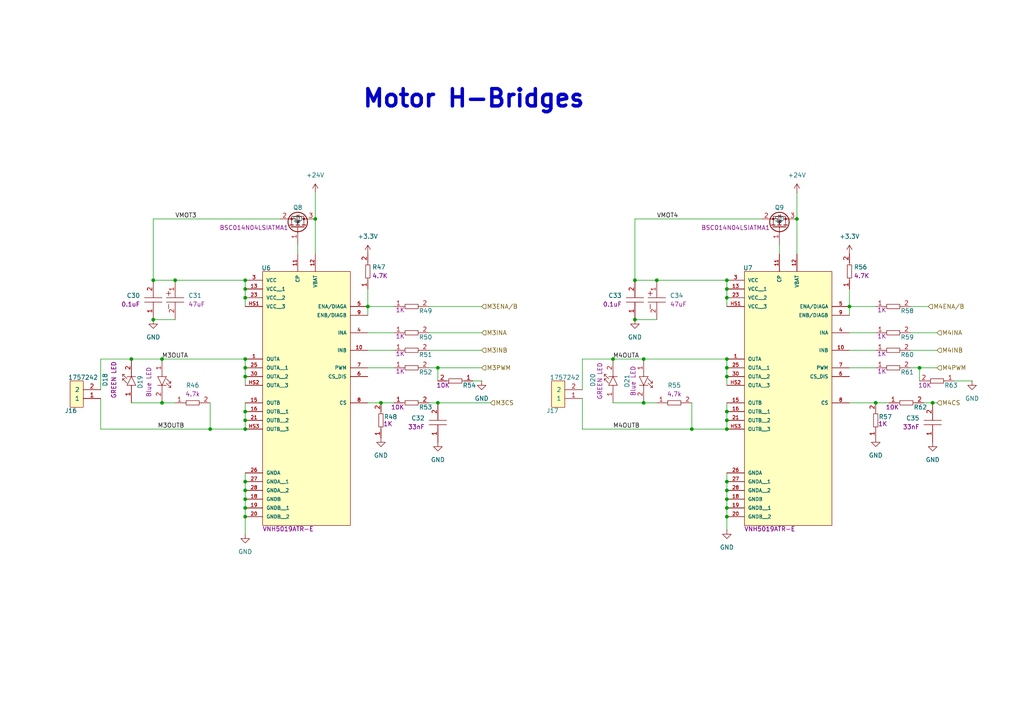
<source format=kicad_sch>
(kicad_sch (version 20231120) (generator "eeschema") (generator_version "8.0")
  (paper "A4")
  (junction (at 71.12 139.7))
  (junction (at 177.8 104.14))
  (junction (at 210.82 104.14))
  (junction (at 106.68 88.9))
  (junction (at 46.99 104.14))
  (junction (at 210.82 142.24))
  (junction (at 38.1 104.14))
  (junction (at 71.12 83.82))
  (junction (at 71.12 124.46))
  (junction (at 246.38 88.9))
  (junction (at 270.51 116.84))
  (junction (at 71.12 109.22))
  (junction (at 186.69 104.14))
  (junction (at 71.12 147.32))
  (junction (at 210.82 121.92))
  (junction (at 71.12 149.86))
  (junction (at 190.5 81.28))
  (junction (at 200.66 124.46))
  (junction (at 127 106.68))
  (junction (at 210.82 149.86))
  (junction (at 71.12 104.14))
  (junction (at 71.12 121.92))
  (junction (at 184.15 81.28))
  (junction (at 71.12 86.36))
  (junction (at 210.82 124.46))
  (junction (at 71.12 142.24))
  (junction (at 110.49 116.84))
  (junction (at 44.45 92.71))
  (junction (at 254 116.84))
  (junction (at 71.12 119.38))
  (junction (at 127 116.84))
  (junction (at 71.12 144.78))
  (junction (at 210.82 86.36))
  (junction (at 231.14 63.5))
  (junction (at 210.82 119.38))
  (junction (at 266.7 106.68))
  (junction (at 91.44 63.5))
  (junction (at 210.82 139.7))
  (junction (at 184.15 92.71))
  (junction (at 71.12 81.28))
  (junction (at 210.82 83.82))
  (junction (at 210.82 106.68))
  (junction (at 186.69 116.84))
  (junction (at 44.45 81.28))
  (junction (at 210.82 147.32))
  (junction (at 210.82 144.78))
  (junction (at 46.99 116.84))
  (junction (at 60.96 124.46))
  (junction (at 210.82 81.28))
  (junction (at 71.12 106.68))
  (junction (at 50.8 81.28))
  (junction (at 210.82 109.22))
  (wire (pts (xy 71.12 149.86) (xy 71.12 154.94)))
  (wire (pts (xy 184.15 63.5) (xy 184.15 81.28)))
  (wire (pts (xy 71.12 119.38) (xy 71.12 121.92)))
  (wire (pts (xy 38.1 116.84) (xy 46.99 116.84)))
  (wire (pts (xy 190.5 81.28) (xy 210.82 81.28)))
  (wire (pts (xy 184.15 92.71) (xy 190.5 92.71)))
  (wire (pts (xy 246.38 101.6) (xy 254 101.6)))
  (wire (pts (xy 226.06 71.12) (xy 226.06 73.66)))
  (wire (pts (xy 106.68 96.52) (xy 114.3 96.52)))
  (wire (pts (xy 106.68 116.84) (xy 110.49 116.84)))
  (wire (pts (xy 44.45 81.28) (xy 50.8 81.28)))
  (wire (pts (xy 210.82 109.22) (xy 210.82 106.68)))
  (wire (pts (xy 210.82 106.68) (xy 210.82 104.14)))
  (wire (pts (xy 71.12 88.9) (xy 71.12 86.36)))
  (wire (pts (xy 246.38 116.84) (xy 254 116.84)))
  (wire (pts (xy 210.82 139.7) (xy 210.82 142.24)))
  (wire (pts (xy 168.91 124.46) (xy 200.66 124.46)))
  (wire (pts (xy 50.8 81.28) (xy 71.12 81.28)))
  (wire (pts (xy 86.36 71.12) (xy 86.36 73.66)))
  (wire (pts (xy 231.14 63.5) (xy 231.14 73.66)))
  (wire (pts (xy 177.8 116.84) (xy 186.69 116.84)))
  (wire (pts (xy 210.82 111.76) (xy 210.82 109.22)))
  (wire (pts (xy 210.82 147.32) (xy 210.82 149.86)))
  (wire (pts (xy 210.82 116.84) (xy 210.82 119.38)))
  (wire (pts (xy 71.12 137.16) (xy 71.12 139.7)))
  (wire (pts (xy 106.68 88.9) (xy 106.68 91.44)))
  (wire (pts (xy 184.15 81.28) (xy 190.5 81.28)))
  (wire (pts (xy 210.82 149.86) (xy 210.82 153.67)))
  (wire (pts (xy 124.46 106.68) (xy 127 106.68)))
  (wire (pts (xy 264.16 101.6) (xy 271.78 101.6)))
  (wire (pts (xy 127 106.68) (xy 139.7 106.68)))
  (wire (pts (xy 200.66 124.46) (xy 210.82 124.46)))
  (wire (pts (xy 210.82 86.36) (xy 210.82 83.82)))
  (wire (pts (xy 81.28 63.5) (xy 44.45 63.5)))
  (wire (pts (xy 231.14 55.88) (xy 231.14 63.5)))
  (wire (pts (xy 60.96 124.46) (xy 71.12 124.46)))
  (wire (pts (xy 29.21 104.14) (xy 38.1 104.14)))
  (wire (pts (xy 71.12 142.24) (xy 71.12 144.78)))
  (wire (pts (xy 44.45 92.71) (xy 50.8 92.71)))
  (wire (pts (xy 186.69 116.84) (xy 190.5 116.84)))
  (wire (pts (xy 71.12 121.92) (xy 71.12 124.46)))
  (wire (pts (xy 38.1 104.14) (xy 46.99 104.14)))
  (wire (pts (xy 200.66 116.84) (xy 200.66 124.46)))
  (wire (pts (xy 220.98 63.5) (xy 184.15 63.5)))
  (wire (pts (xy 246.38 96.52) (xy 254 96.52)))
  (wire (pts (xy 127 116.84) (xy 142.24 116.84)))
  (wire (pts (xy 106.68 101.6) (xy 114.3 101.6)))
  (wire (pts (xy 29.21 113.03) (xy 29.21 104.14)))
  (wire (pts (xy 71.12 106.68) (xy 71.12 104.14)))
  (wire (pts (xy 46.99 104.14) (xy 71.12 104.14)))
  (wire (pts (xy 106.68 106.68) (xy 114.3 106.68)))
  (wire (pts (xy 124.46 96.52) (xy 139.7 96.52)))
  (wire (pts (xy 266.7 106.68) (xy 271.78 106.68)))
  (wire (pts (xy 210.82 144.78) (xy 210.82 147.32)))
  (wire (pts (xy 210.82 83.82) (xy 210.82 81.28)))
  (wire (pts (xy 91.44 55.88) (xy 91.44 63.5)))
  (wire (pts (xy 186.69 104.14) (xy 210.82 104.14)))
  (wire (pts (xy 246.38 83.82) (xy 246.38 88.9)))
  (wire (pts (xy 71.12 83.82) (xy 71.12 81.28)))
  (wire (pts (xy 124.46 88.9) (xy 139.7 88.9)))
  (wire (pts (xy 106.68 83.82) (xy 106.68 88.9)))
  (wire (pts (xy 91.44 63.5) (xy 91.44 73.66)))
  (wire (pts (xy 137.16 110.49) (xy 139.7 110.49)))
  (wire (pts (xy 266.7 106.68) (xy 266.7 110.49)))
  (wire (pts (xy 264.16 96.52) (xy 271.78 96.52)))
  (wire (pts (xy 71.12 139.7) (xy 71.12 142.24)))
  (wire (pts (xy 210.82 88.9) (xy 210.82 86.36)))
  (wire (pts (xy 210.82 121.92) (xy 210.82 124.46)))
  (wire (pts (xy 246.38 88.9) (xy 246.38 91.44)))
  (wire (pts (xy 246.38 106.68) (xy 254 106.68)))
  (wire (pts (xy 71.12 109.22) (xy 71.12 106.68)))
  (wire (pts (xy 177.8 104.14) (xy 186.69 104.14)))
  (wire (pts (xy 106.68 88.9) (xy 114.3 88.9)))
  (wire (pts (xy 71.12 116.84) (xy 71.12 119.38)))
  (wire (pts (xy 124.46 101.6) (xy 139.7 101.6)))
  (wire (pts (xy 127 106.68) (xy 127 110.49)))
  (wire (pts (xy 210.82 119.38) (xy 210.82 121.92)))
  (wire (pts (xy 264.16 106.68) (xy 266.7 106.68)))
  (wire (pts (xy 60.96 116.84) (xy 60.96 124.46)))
  (wire (pts (xy 254 116.84) (xy 257.81 116.84)))
  (wire (pts (xy 264.16 88.9) (xy 269.24 88.9)))
  (wire (pts (xy 168.91 113.03) (xy 168.91 104.14)))
  (wire (pts (xy 210.82 142.24) (xy 210.82 144.78)))
  (wire (pts (xy 71.12 111.76) (xy 71.12 109.22)))
  (wire (pts (xy 168.91 115.57) (xy 168.91 124.46)))
  (wire (pts (xy 210.82 137.16) (xy 210.82 139.7)))
  (wire (pts (xy 71.12 86.36) (xy 71.12 83.82)))
  (wire (pts (xy 44.45 63.5) (xy 44.45 81.28)))
  (wire (pts (xy 270.51 116.84) (xy 271.78 116.84)))
  (wire (pts (xy 276.86 110.49) (xy 281.94 110.49)))
  (wire (pts (xy 29.21 115.57) (xy 29.21 124.46)))
  (wire (pts (xy 71.12 147.32) (xy 71.12 149.86)))
  (wire (pts (xy 124.46 116.84) (xy 127 116.84)))
  (wire (pts (xy 110.49 116.84) (xy 114.3 116.84)))
  (wire (pts (xy 168.91 104.14) (xy 177.8 104.14)))
  (wire (pts (xy 46.99 116.84) (xy 50.8 116.84)))
  (wire (pts (xy 267.97 116.84) (xy 270.51 116.84)))
  (wire (pts (xy 29.21 124.46) (xy 60.96 124.46)))
  (wire (pts (xy 71.12 144.78) (xy 71.12 147.32)))
  (wire (pts (xy 246.38 88.9) (xy 254 88.9)))
  (text "Motor H-Bridges" (at 137.414 28.702 0) (effects (font (size 5 5) (thickness 1) (bold yes))))
  (label "VMOT3" (at 50.8 63.5 0))
  (label "VMOT4" (at 190.5 63.5 0))
  (label "M4OUTA" (at 177.8 104.14 0))
  (label "M4OUTB" (at 177.8 124.46 0))
  (label "M3OUTA" (at 46.99 104.14 0))
  (label "M3OUTB" (at 45.72 124.46 0))
  (hierarchical_label "M3ENA{slash}B" (shape input) (at 139.7 88.9 0))
  (hierarchical_label "M4INA" (shape input) (at 271.78 96.52 0))
  (hierarchical_label "M4INB" (shape input) (at 271.78 101.6 0))
  (hierarchical_label "M3INA" (shape input) (at 139.7 96.52 0))
  (hierarchical_label "M3INB" (shape input) (at 139.7 101.6 0))
  (hierarchical_label "M3CS" (shape input) (at 142.24 116.84 0))
  (hierarchical_label "M4CS" (shape input) (at 271.78 116.84 0))
  (hierarchical_label "M4PWM" (shape input) (at 271.78 106.68 0))
  (hierarchical_label "M4ENA{slash}B" (shape input) (at 269.24 88.9 0))
  (hierarchical_label "M3PWM" (shape input) (at 139.7 106.68 0))
  (symbol (lib_id "AVR-KiCAD-Lib-Capacitors:UUQ1H470MCL1GS") (at 190.5 86.36 270) (unit 1)
    (property "Reference" "C34" (at 194.31 85.7249 90) (effects (justify left)))
    (property "Value" "UUQ1H470MCL1GS" (effects (hide yes)))
    (property "Footprint" "AVR-KiCAD-Lib-Capacitors:CP_Elec_8x10" (effects (hide yes)))
    (property "Datasheet" "https://www.nichicon.co.jp/english/products/pdfs/e-uuq.pdf" (effects (hide yes)))
    (property "Description" "47µF 50V Aluminum Electrolytic Capacitors Radial, Can - SMD 1000 Hrs @ 105°C" (effects (hide yes)))
    (property "Cost QTY: 1" "1.06000" (effects (hide yes)))
    (property "Cost QTY: 1000" "*" (effects (hide yes)))
    (property "Cost QTY: 2500" "*" (effects (hide yes)))
    (property "Cost QTY: 5000" "*" (effects (hide yes)))
    (property "Cost QTY: 10000" "*" (effects (hide yes)))
    (property "MFR" "Nichicon" (effects (hide yes)))
    (property "MFR#" "UUQ1H470MCL1GS" (effects (hide yes)))
    (property "Vendor" "Digikey" (effects (hide yes)))
    (property "Vendor #" "493-3212-1-ND" (effects (hide yes)))
    (property "Designer" "AVR" (effects (hide yes)))
    (property "Height" "6.2mm" (effects (hide yes)))
    (property "Date Created" "12/16/2019" (effects (hide yes)))
    (property "Date Modified" "12/16/2019" (effects (hide yes)))
    (property "Lead-Free ?" "Yes" (effects (hide yes)))
    (property "RoHS Levels" "1" (effects (hide yes)))
    (property "Mounting" "SMT" (effects (hide yes)))
    (property "Pin Count #" "2" (effects (hide yes)))
    (property "Status" "Active" (effects (hide yes)))
    (property "Tolerance" "20%" (effects (hide yes)))
    (property "Type" "Alu  Cap Audio" (effects (hide yes)))
    (property "Voltage" "50V" (effects (hide yes)))
    (property "Package" "Radial SMD" (effects (hide yes)))
    (property "_Value_" "47uF" (at 194.31 88.2649 90) (effects (justify left)))
    (property "Management_ID" "*" (effects (hide yes)))
  )
  (symbol (lib_id "power:+24V") (at 231.14 55.88 0) (unit 1)
    (property "Reference" "#PWR077" (effects (hide yes)))
    (property "Value" "+24V" (at 231.14 50.8 0))
    (property "Description" "Power symbol creates a global label with name \"+24V\"" (effects (hide yes)))
  )
  (symbol (lib_id "AVR-KiCAD-Lib-Diodes:LTST-C194KGKT") (at 177.8 110.49 90) (unit 1)
    (property "Reference" "D20" (at 171.958 110.236 0))
    (property "Value" "LTST-C194KGKT" (effects (hide yes)))
    (property "Footprint" "AVR-KiCAD-Lib-Diodes:LED0603" (effects (hide yes)))
    (property "Datasheet" "https://optoelectronics.liteon.com/upload/download/DS22-2010-0197/LTST-C194KGKT.PDF" (effects (hide yes)))
    (property "Description" "Green 572nm LED Indication - Discrete 2.1V 0603 (1608 Metric)" (effects (hide yes)))
    (property "Cost QTY: 1" "0.39000" (effects (hide yes)))
    (property "Cost QTY: 1000" "0.07027" (effects (hide yes)))
    (property "Cost QTY: 2500" "0.06877" (effects (hide yes)))
    (property "Cost QTY: 5000" "0.05980" (effects (hide yes)))
    (property "Cost QTY: 10000" "0.05382" (effects (hide yes)))
    (property "MFR" "Lite-On Inc." (effects (hide yes)))
    (property "MFR#" "LTST-C194KGKT" (effects (hide yes)))
    (property "Vendor" "Digikey" (effects (hide yes)))
    (property "Vendor #" "160-1834-2-ND" (effects (hide yes)))
    (property "Designer" "AVR" (effects (hide yes)))
    (property "Height" "0.45mm" (effects (hide yes)))
    (property "Date Created" "5/31/2020" (effects (hide yes)))
    (property "Date Modified" "5/31/2020" (effects (hide yes)))
    (property "Lead-Free ?" "Yes" (effects (hide yes)))
    (property "RoHS Levels" "1" (effects (hide yes)))
    (property "Mounting" "SMT" (effects (hide yes)))
    (property "Pin Count #" "2" (effects (hide yes)))
    (property "Status" "Active" (effects (hide yes)))
    (property "Tolerance" "*" (effects (hide yes)))
    (property "Type" "LED GREEN CLEAR SMD" (effects (hide yes)))
    (property "Voltage" "2.1V" (effects (hide yes)))
    (property "Package" "0603" (effects (hide yes)))
    (property "_Value_" "GREEN LED" (at 173.99 110.49 0))
    (property "Management_ID" "*" (effects (hide yes)))
  )
  (symbol (lib_id "power:GND") (at 184.15 92.71 0) (unit 1)
    (property "Reference" "#PWR075" (effects (hide yes)))
    (property "Value" "GND" (at 184.15 97.79 0))
    (property "Description" "Power symbol creates a global label with name \"GND\" , ground" (effects (hide yes)))
  )
  (symbol (lib_id "AVR-KiCAD-Lib-Capacitors:CL21B104KBFNNNE") (at 184.15 87.63 90) (unit 1)
    (property "Reference" "C33" (at 180.34 85.7249 90) (effects (justify left)))
    (property "Value" "CL21B104KBFNNNE" (effects (hide yes)))
    (property "Footprint" "AVR-KiCAD-Lib-Capacitors:C0805" (effects (hide yes)))
    (property "Datasheet" "https://www.samsungsem.com/kr/support/product-search/mlcc/CL21B104KBFNNNE.jsp" (effects (hide yes)))
    (property "Description" "0.1 µF ±10% 50V Ceramic Capacitor X7R 0805 (2012 Metric)" (effects (hide yes)))
    (property "Cost QTY: 1" "0.10000" (effects (hide yes)))
    (property "Cost QTY: 1000" "0.01086" (effects (hide yes)))
    (property "Cost QTY: 2500" "*" (effects (hide yes)))
    (property "Cost QTY: 5000" "*" (effects (hide yes)))
    (property "Cost QTY: 10000" "*" (effects (hide yes)))
    (property "MFR" "CL21B104KBFNNNE" (effects (hide yes)))
    (property "MFR#" "Samsung Electro-Mechanics" (effects (hide yes)))
    (property "Vendor" "Digikey" (effects (hide yes)))
    (property "Vendor #" "1276-1180-2-ND" (effects (hide yes)))
    (property "Designer" "Adam Vadala-Roth" (effects (hide yes)))
    (property "Height" "1.35mm" (effects (hide yes)))
    (property "Date Created" "9/8/2023" (effects (hide yes)))
    (property "Date Modified" "9/8/2023" (effects (hide yes)))
    (property "Lead-Free ?" "Yes" (effects (hide yes)))
    (property "RoHS Levels" "1" (effects (hide yes)))
    (property "Mounting" "SMT" (effects (hide yes)))
    (property "Pin Count #" "2" (effects (hide yes)))
    (property "Status" "Active" (effects (hide yes)))
    (property "Tolerance" "10%" (effects (hide yes)))
    (property "Type" "Ceramic Capacitor" (effects (hide yes)))
    (property "Voltage" "50V" (effects (hide yes)))
    (property "Package" "0805" (effects (hide yes)))
    (property "_Value_" "0.1uF" (at 180.34 88.2649 90) (effects (justify left)))
    (property "Management_ID" "*" (effects (hide yes)))
  )
  (symbol (lib_id "AVR-KiCAD-Lib-Capacitors:CL21B104KBFNNNE") (at 44.45 87.63 90) (unit 1)
    (property "Reference" "C30" (at 40.64 85.7249 90) (effects (justify left)))
    (property "Value" "CL21B104KBFNNNE" (effects (hide yes)))
    (property "Footprint" "AVR-KiCAD-Lib-Capacitors:C0805" (effects (hide yes)))
    (property "Datasheet" "https://www.samsungsem.com/kr/support/product-search/mlcc/CL21B104KBFNNNE.jsp" (effects (hide yes)))
    (property "Description" "0.1 µF ±10% 50V Ceramic Capacitor X7R 0805 (2012 Metric)" (effects (hide yes)))
    (property "Cost QTY: 1" "0.10000" (effects (hide yes)))
    (property "Cost QTY: 1000" "0.01086" (effects (hide yes)))
    (property "Cost QTY: 2500" "*" (effects (hide yes)))
    (property "Cost QTY: 5000" "*" (effects (hide yes)))
    (property "Cost QTY: 10000" "*" (effects (hide yes)))
    (property "MFR" "CL21B104KBFNNNE" (effects (hide yes)))
    (property "MFR#" "Samsung Electro-Mechanics" (effects (hide yes)))
    (property "Vendor" "Digikey" (effects (hide yes)))
    (property "Vendor #" "1276-1180-2-ND" (effects (hide yes)))
    (property "Designer" "Adam Vadala-Roth" (effects (hide yes)))
    (property "Height" "1.35mm" (effects (hide yes)))
    (property "Date Created" "9/8/2023" (effects (hide yes)))
    (property "Date Modified" "9/8/2023" (effects (hide yes)))
    (property "Lead-Free ?" "Yes" (effects (hide yes)))
    (property "RoHS Levels" "1" (effects (hide yes)))
    (property "Mounting" "SMT" (effects (hide yes)))
    (property "Pin Count #" "2" (effects (hide yes)))
    (property "Status" "Active" (effects (hide yes)))
    (property "Tolerance" "10%" (effects (hide yes)))
    (property "Type" "Ceramic Capacitor" (effects (hide yes)))
    (property "Voltage" "50V" (effects (hide yes)))
    (property "Package" "0805" (effects (hide yes)))
    (property "_Value_" "0.1uF" (at 40.64 88.2649 90) (effects (justify left)))
    (property "Management_ID" "*" (effects (hide yes)))
  )
  (symbol (lib_id "AVR-KiCAD-Lib-Resistors:RC0402FR-0710KL") (at 271.78 110.49 180) (unit 1)
    (property "Reference" "R63" (at 275.844 111.76 0))
    (property "Value" "RC0402FR-0710KL" (effects (hide yes)))
    (property "Footprint" "AVR-KiCAD-Lib-Resistors:R0402" (effects (hide yes)))
    (property "Datasheet" "https://www.yageo.com/upload/media/product/productsearch/datasheet/rchip/PYu-RC_Group_51_RoHS_L_10.pdf" (effects (hide yes)))
    (property "Description" "10 kOhms ±1% 0.063W, 1/16W Chip Resistor 0402 (1005 Metric) Moisture Resistant Thick Film" (effects (hide yes)))
    (property "Cost QTY: 1" "0.10000" (effects (hide yes)))
    (property "Cost QTY: 1000" "0.00289" (effects (hide yes)))
    (property "Cost QTY: 2500" "0.00251" (effects (hide yes)))
    (property "Cost QTY: 5000" "0.00207" (effects (hide yes)))
    (property "Cost QTY: 10000" "*" (effects (hide yes)))
    (property "MFR" "Yageo" (effects (hide yes)))
    (property "MFR#" "RC0402FR-0710KL" (effects (hide yes)))
    (property "Vendor" "Digikey" (effects (hide yes)))
    (property "Vendor #" "311-10.0KLRCT-ND" (effects (hide yes)))
    (property "Designer" "AVR" (effects (hide yes)))
    (property "Height" "0.4mm" (effects (hide yes)))
    (property "Date Created" "12/11/2019" (effects (hide yes)))
    (property "Date Modified" "12/11/2019" (effects (hide yes)))
    (property "Lead-Free ?" "Yes" (effects (hide yes)))
    (property "RoHS Levels" "1" (effects (hide yes)))
    (property "Mounting" "SMT" (effects (hide yes)))
    (property "Pin Count #" "2" (effects (hide yes)))
    (property "Status" "Active" (effects (hide yes)))
    (property "Tolerance" "1%" (effects (hide yes)))
    (property "Type" "Thick FIlm Resistor" (effects (hide yes)))
    (property "Voltage" "*" (effects (hide yes)))
    (property "Package" "0402" (effects (hide yes)))
    (property "_Value_" "10K" (at 268.224 111.76 0))
    (property "Management_ID" "*" (effects (hide yes)))
  )
  (symbol (lib_id "AVR-KiCAD-Lib-Resistors:RC0402FR-071KL") (at 119.38 101.6 0) (unit 1)
    (property "Reference" "R51" (at 123.444 102.87 0))
    (property "Value" "RC0402FR-071KL" (effects (hide yes)))
    (property "Footprint" "AVR-KiCAD-Lib-Resistors:R0402" (effects (hide yes)))
    (property "Datasheet" "https://www.yageo.com/upload/media/product/productsearch/datasheet/rchip/PYu-RC_Group_51_RoHS_L_10.pdf" (effects (hide yes)))
    (property "Description" "1 kOhms ±1% 0.063W, 1/16W Chip Resistor 0402 (1005 Metric) Moisture Resistant Thick Film" (effects (hide yes)))
    (property "Cost QTY: 1" "0.10000" (effects (hide yes)))
    (property "Cost QTY: 1000" "0.00289" (effects (hide yes)))
    (property "Cost QTY: 2500" "0.00251" (effects (hide yes)))
    (property "Cost QTY: 5000" "0.00207" (effects (hide yes)))
    (property "Cost QTY: 10000" "0.00163" (effects (hide yes)))
    (property "MFR" "Yageo" (effects (hide yes)))
    (property "MFR#" "RC0402FR-071KL" (effects (hide yes)))
    (property "Vendor" "Digikey" (effects (hide yes)))
    (property "Vendor #" "311-1.00KLRTR-ND" (effects (hide yes)))
    (property "Designer" "AVR" (effects (hide yes)))
    (property "Height" "0.4mm" (effects (hide yes)))
    (property "Date Created" "12/11/2019" (effects (hide yes)))
    (property "Date Modified" "12/11/2019" (effects (hide yes)))
    (property "Lead-Free ?" "Yes" (effects (hide yes)))
    (property "RoHS Levels" "1" (effects (hide yes)))
    (property "Mounting" "SMT" (effects (hide yes)))
    (property "Pin Count #" "2" (effects (hide yes)))
    (property "Status" "Active" (effects (hide yes)))
    (property "Tolerance" "1%" (effects (hide yes)))
    (property "Type" "Thick Film Resistor" (effects (hide yes)))
    (property "Voltage" "*" (effects (hide yes)))
    (property "Package" "0402" (effects (hide yes)))
    (property "_Value_" "1K" (at 116.078 102.616 0))
    (property "Management_ID" "*" (effects (hide yes)))
  )
  (symbol (lib_id "power:GND") (at 139.7 110.49 0) (unit 1)
    (property "Reference" "#PWR074" (effects (hide yes)))
    (property "Value" "GND" (at 139.7 115.57 0))
    (property "Description" "Power symbol creates a global label with name \"GND\" , ground" (effects (hide yes)))
  )
  (symbol (lib_id "AVR-KiCAD-Lib-Resistors:RC0402FR-071KL") (at 119.38 88.9 0) (unit 1)
    (property "Reference" "R49" (at 123.444 90.17 0))
    (property "Value" "RC0402FR-071KL" (effects (hide yes)))
    (property "Footprint" "AVR-KiCAD-Lib-Resistors:R0402" (effects (hide yes)))
    (property "Datasheet" "https://www.yageo.com/upload/media/product/productsearch/datasheet/rchip/PYu-RC_Group_51_RoHS_L_10.pdf" (effects (hide yes)))
    (property "Description" "1 kOhms ±1% 0.063W, 1/16W Chip Resistor 0402 (1005 Metric) Moisture Resistant Thick Film" (effects (hide yes)))
    (property "Cost QTY: 1" "0.10000" (effects (hide yes)))
    (property "Cost QTY: 1000" "0.00289" (effects (hide yes)))
    (property "Cost QTY: 2500" "0.00251" (effects (hide yes)))
    (property "Cost QTY: 5000" "0.00207" (effects (hide yes)))
    (property "Cost QTY: 10000" "0.00163" (effects (hide yes)))
    (property "MFR" "Yageo" (effects (hide yes)))
    (property "MFR#" "RC0402FR-071KL" (effects (hide yes)))
    (property "Vendor" "Digikey" (effects (hide yes)))
    (property "Vendor #" "311-1.00KLRTR-ND" (effects (hide yes)))
    (property "Designer" "AVR" (effects (hide yes)))
    (property "Height" "0.4mm" (effects (hide yes)))
    (property "Date Created" "12/11/2019" (effects (hide yes)))
    (property "Date Modified" "12/11/2019" (effects (hide yes)))
    (property "Lead-Free ?" "Yes" (effects (hide yes)))
    (property "RoHS Levels" "1" (effects (hide yes)))
    (property "Mounting" "SMT" (effects (hide yes)))
    (property "Pin Count #" "2" (effects (hide yes)))
    (property "Status" "Active" (effects (hide yes)))
    (property "Tolerance" "1%" (effects (hide yes)))
    (property "Type" "Thick Film Resistor" (effects (hide yes)))
    (property "Voltage" "*" (effects (hide yes)))
    (property "Package" "0402" (effects (hide yes)))
    (property "_Value_" "1K" (at 116.078 89.916 0))
    (property "Management_ID" "*" (effects (hide yes)))
  )
  (symbol (lib_id "AVR-KiCAD-Lib-Resistors:RC0402FR-071KL") (at 259.08 101.6 0) (unit 1)
    (property "Reference" "R60" (at 263.144 102.87 0))
    (property "Value" "RC0402FR-071KL" (effects (hide yes)))
    (property "Footprint" "AVR-KiCAD-Lib-Resistors:R0402" (effects (hide yes)))
    (property "Datasheet" "https://www.yageo.com/upload/media/product/productsearch/datasheet/rchip/PYu-RC_Group_51_RoHS_L_10.pdf" (effects (hide yes)))
    (property "Description" "1 kOhms ±1% 0.063W, 1/16W Chip Resistor 0402 (1005 Metric) Moisture Resistant Thick Film" (effects (hide yes)))
    (property "Cost QTY: 1" "0.10000" (effects (hide yes)))
    (property "Cost QTY: 1000" "0.00289" (effects (hide yes)))
    (property "Cost QTY: 2500" "0.00251" (effects (hide yes)))
    (property "Cost QTY: 5000" "0.00207" (effects (hide yes)))
    (property "Cost QTY: 10000" "0.00163" (effects (hide yes)))
    (property "MFR" "Yageo" (effects (hide yes)))
    (property "MFR#" "RC0402FR-071KL" (effects (hide yes)))
    (property "Vendor" "Digikey" (effects (hide yes)))
    (property "Vendor #" "311-1.00KLRTR-ND" (effects (hide yes)))
    (property "Designer" "AVR" (effects (hide yes)))
    (property "Height" "0.4mm" (effects (hide yes)))
    (property "Date Created" "12/11/2019" (effects (hide yes)))
    (property "Date Modified" "12/11/2019" (effects (hide yes)))
    (property "Lead-Free ?" "Yes" (effects (hide yes)))
    (property "RoHS Levels" "1" (effects (hide yes)))
    (property "Mounting" "SMT" (effects (hide yes)))
    (property "Pin Count #" "2" (effects (hide yes)))
    (property "Status" "Active" (effects (hide yes)))
    (property "Tolerance" "1%" (effects (hide yes)))
    (property "Type" "Thick Film Resistor" (effects (hide yes)))
    (property "Voltage" "*" (effects (hide yes)))
    (property "Package" "0402" (effects (hide yes)))
    (property "_Value_" "1K" (at 255.778 102.616 0))
    (property "Management_ID" "*" (effects (hide yes)))
  )
  (symbol (lib_id "AVR-KiCAD-Lib-Resistors:RC0402FR-071KL") (at 259.08 88.9 0) (unit 1)
    (property "Reference" "R58" (at 263.144 90.17 0))
    (property "Value" "RC0402FR-071KL" (effects (hide yes)))
    (property "Footprint" "AVR-KiCAD-Lib-Resistors:R0402" (effects (hide yes)))
    (property "Datasheet" "https://www.yageo.com/upload/media/product/productsearch/datasheet/rchip/PYu-RC_Group_51_RoHS_L_10.pdf" (effects (hide yes)))
    (property "Description" "1 kOhms ±1% 0.063W, 1/16W Chip Resistor 0402 (1005 Metric) Moisture Resistant Thick Film" (effects (hide yes)))
    (property "Cost QTY: 1" "0.10000" (effects (hide yes)))
    (property "Cost QTY: 1000" "0.00289" (effects (hide yes)))
    (property "Cost QTY: 2500" "0.00251" (effects (hide yes)))
    (property "Cost QTY: 5000" "0.00207" (effects (hide yes)))
    (property "Cost QTY: 10000" "0.00163" (effects (hide yes)))
    (property "MFR" "Yageo" (effects (hide yes)))
    (property "MFR#" "RC0402FR-071KL" (effects (hide yes)))
    (property "Vendor" "Digikey" (effects (hide yes)))
    (property "Vendor #" "311-1.00KLRTR-ND" (effects (hide yes)))
    (property "Designer" "AVR" (effects (hide yes)))
    (property "Height" "0.4mm" (effects (hide yes)))
    (property "Date Created" "12/11/2019" (effects (hide yes)))
    (property "Date Modified" "12/11/2019" (effects (hide yes)))
    (property "Lead-Free ?" "Yes" (effects (hide yes)))
    (property "RoHS Levels" "1" (effects (hide yes)))
    (property "Mounting" "SMT" (effects (hide yes)))
    (property "Pin Count #" "2" (effects (hide yes)))
    (property "Status" "Active" (effects (hide yes)))
    (property "Tolerance" "1%" (effects (hide yes)))
    (property "Type" "Thick Film Resistor" (effects (hide yes)))
    (property "Voltage" "*" (effects (hide yes)))
    (property "Package" "0402" (effects (hide yes)))
    (property "_Value_" "1K" (at 255.778 89.916 0))
    (property "Management_ID" "*" (effects (hide yes)))
  )
  (symbol (lib_id "power:+3.3V") (at 246.38 73.66 0) (unit 1)
    (property "Reference" "#PWR078" (effects (hide yes)))
    (property "Value" "+3.3V" (at 246.38 68.58 0))
    (property "Description" "Power symbol creates a global label with name \"+3.3V\"" (effects (hide yes)))
  )
  (symbol (lib_id "AVR-KiCAD-Lib-ICs:VNH5019ATR-E") (at 241.3 78.74 0) (mirror y) (unit 1)
    (property "Reference" "U7" (at 216.916 77.724 0))
    (property "Value" "VNH5019ATR-E" (effects (hide yes)))
    (property "Footprint" "AVR-KiCAD-Lib-ICs:IC_VNH5019ATR-E" (effects (hide yes)))
    (property "Datasheet" "https://www.st.com/content/ccc/resource/technical/document/datasheet/1c/26/60/a8/3e/70/4c/e1/CD00234623.pdf/files/CD00234623.pdf/jcr:content/translations/en.CD00234623.pdf" (effects (hide yes)))
    (property "Description" "IC MTR DRV 5.5-24V MULTIPWRSO-30" (effects (hide yes)))
    (property "Cost QTY: 1" "9.69000" (effects (hide yes)))
    (property "Cost QTY: 1000" "5.49531" (effects (hide yes)))
    (property "Cost QTY: 2500" "*" (effects (hide yes)))
    (property "Cost QTY: 5000" "*" (effects (hide yes)))
    (property "Cost QTY: 10000" "*" (effects (hide yes)))
    (property "MFR" "STMicroelectronics" (effects (hide yes)))
    (property "MFR#" "VNH5019ATR-E" (effects (hide yes)))
    (property "Vendor" "Digikey" (effects (hide yes)))
    (property "Vendor #" "497-13073-2-ND" (effects (hide yes)))
    (property "Designer" "Adam Vadala-Roth" (effects (hide yes)))
    (property "Height" "2.25mm" (effects (hide yes)))
    (property "Date Created" "7/14/2024" (effects (hide yes)))
    (property "Date Modified" "7/14/2024" (effects (hide yes)))
    (property "Lead-Free ?" "Yes" (effects (hide yes)))
    (property "RoHS Levels" "1" (effects (hide yes)))
    (property "Mounting" "SMT" (effects (hide yes)))
    (property "Pin Count #" "30" (effects (hide yes)))
    (property "Status" "Active" (effects (hide yes)))
    (property "Tolerance" "*" (effects (hide yes)))
    (property "Type" "IC" (effects (hide yes)))
    (property "Voltage" "24" (effects (hide yes)))
    (property "Package" "MultiPowerSO-30" (effects (hide yes)))
    (property "_Value_" "VNH5019ATR-E" (at 223.266 153.416 0))
    (property "Management_ID" "*" (effects (hide yes)))
  )
  (symbol (lib_id "power:+3.3V") (at 106.68 73.66 0) (unit 1)
    (property "Reference" "#PWR071" (effects (hide yes)))
    (property "Value" "+3.3V" (at 106.68 68.58 0))
    (property "Description" "Power symbol creates a global label with name \"+3.3V\"" (effects (hide yes)))
  )
  (symbol (lib_id "AVR-KiCAD-Lib-Connectors:1757242") (at 163.83 120.65 180) (unit 1)
    (property "Reference" "J17" (at 162.052 119.126 0) (effects (justify left)))
    (property "Value" "1757242" (at 168.148 109.474 0) (effects (justify left)))
    (property "Footprint" "AVR-KiCAD-Lib-Connectors:PhoenixContact_MSTBA-G_02x5.08mm_Angled" (effects (hide yes)))
    (property "Datasheet" "https://media.digikey.com/pdf/Data%20Sheets/Phoenix%20Contact%20PDFs/1757242.pdf" (effects (hide yes)))
    (property "Description" "2 Position Terminal Block Header, Male Pins, Shrouded (4 Side) 0.200\" (5.08mm) 90°, Right Angle  Through Hole" (effects (hide yes)))
    (property "Cost QTY: 1" "0.64000" (effects (hide yes)))
    (property "Cost QTY: 1000" "0.45518" (effects (hide yes)))
    (property "Cost QTY: 2500" "0.43375" (effects (hide yes)))
    (property "Cost QTY: 5000" "0.40698" (effects (hide yes)))
    (property "Cost QTY: 10000" "*" (effects (hide yes)))
    (property "MFR" "Phoenix Contact" (effects (hide yes)))
    (property "MFR#" "1757242" (effects (hide yes)))
    (property "Vendor" "Digikey" (effects (hide yes)))
    (property "Vendor #" "277-1106-ND" (effects (hide yes)))
    (property "Designer" "AVR" (effects (hide yes)))
    (property "Height" "12mm" (effects (hide yes)))
    (property "Date Created" "6/20/2020" (effects (hide yes)))
    (property "Date Modified" "6/20/2020" (effects (hide yes)))
    (property "Lead-Free ?" "Yes" (effects (hide yes)))
    (property "RoHS Levels" "1" (effects (hide yes)))
    (property "Mounting" "ThroughHole" (effects (hide yes)))
    (property "Pin Count #" "2" (effects (hide yes)))
    (property "Status" "Active" (effects (hide yes)))
    (property "Tolerance" "*" (effects (hide yes)))
    (property "Type" "Connector" (effects (hide yes)))
    (property "Voltage" "300V" (effects (hide yes)))
    (property "Package" "*" (effects (hide yes)))
    (property "_Value_" "1757242" (effects (hide yes)))
    (property "Management_ID" "*" (effects (hide yes)))
  )
  (symbol (lib_id "AVR-KiCAD-Lib-Resistors:RC0402FR-071KL") (at 119.38 106.68 0) (unit 1)
    (property "Reference" "R52" (at 123.444 107.95 0))
    (property "Value" "RC0402FR-071KL" (effects (hide yes)))
    (property "Footprint" "AVR-KiCAD-Lib-Resistors:R0402" (effects (hide yes)))
    (property "Datasheet" "https://www.yageo.com/upload/media/product/productsearch/datasheet/rchip/PYu-RC_Group_51_RoHS_L_10.pdf" (effects (hide yes)))
    (property "Description" "1 kOhms ±1% 0.063W, 1/16W Chip Resistor 0402 (1005 Metric) Moisture Resistant Thick Film" (effects (hide yes)))
    (property "Cost QTY: 1" "0.10000" (effects (hide yes)))
    (property "Cost QTY: 1000" "0.00289" (effects (hide yes)))
    (property "Cost QTY: 2500" "0.00251" (effects (hide yes)))
    (property "Cost QTY: 5000" "0.00207" (effects (hide yes)))
    (property "Cost QTY: 10000" "0.00163" (effects (hide yes)))
    (property "MFR" "Yageo" (effects (hide yes)))
    (property "MFR#" "RC0402FR-071KL" (effects (hide yes)))
    (property "Vendor" "Digikey" (effects (hide yes)))
    (property "Vendor #" "311-1.00KLRTR-ND" (effects (hide yes)))
    (property "Designer" "AVR" (effects (hide yes)))
    (property "Height" "0.4mm" (effects (hide yes)))
    (property "Date Created" "12/11/2019" (effects (hide yes)))
    (property "Date Modified" "12/11/2019" (effects (hide yes)))
    (property "Lead-Free ?" "Yes" (effects (hide yes)))
    (property "RoHS Levels" "1" (effects (hide yes)))
    (property "Mounting" "SMT" (effects (hide yes)))
    (property "Pin Count #" "2" (effects (hide yes)))
    (property "Status" "Active" (effects (hide yes)))
    (property "Tolerance" "1%" (effects (hide yes)))
    (property "Type" "Thick Film Resistor" (effects (hide yes)))
    (property "Voltage" "*" (effects (hide yes)))
    (property "Package" "0402" (effects (hide yes)))
    (property "_Value_" "1K" (at 116.078 107.696 0))
    (property "Management_ID" "*" (effects (hide yes)))
  )
  (symbol (lib_id "power:GND") (at 44.45 92.71 0) (unit 1)
    (property "Reference" "#PWR068" (effects (hide yes)))
    (property "Value" "GND" (at 44.45 97.79 0))
    (property "Description" "Power symbol creates a global label with name \"GND\" , ground" (effects (hide yes)))
  )
  (symbol (lib_id "power:GND") (at 281.94 110.49 0) (unit 1)
    (property "Reference" "#PWR081" (effects (hide yes)))
    (property "Value" "GND" (at 281.94 115.57 0))
    (property "Description" "Power symbol creates a global label with name \"GND\" , ground" (effects (hide yes)))
  )
  (symbol (lib_id "AVR-KiCAD-Lib-Transistors:BSC014N04LSIATMA1") (at 226.06 63.5 270) (mirror x) (unit 1)
    (property "Reference" "Q9" (at 226.06 60.198 90))
    (property "Value" "BSC014N04LSIATMA1" (effects (hide yes)))
    (property "Footprint" "AVR-KiCAD-Lib-Transistors:PG-TDSON-8_INF" (effects (hide yes)))
    (property "Datasheet" "https://www.infineon.com/dgdl/BSC014N04LSI_rev2.1.pdf?folderId=db3a304313b8b5a60113cee8763b02d7&fileId=db3a3043353fdc16013552fc8f274806" (effects (hide yes)))
    (property "Description" "N-Channel 40 V 31A (Ta), 100A (Tc) 2.5W (Ta), 96W (Tc) Surface Mount PG-TDSON-8 FL" (effects (hide yes)))
    (property "Cost QTY: 1" "1.94000" (effects (hide yes)))
    (property "Cost QTY: 1000" "*" (effects (hide yes)))
    (property "Cost QTY: 2500" "*" (effects (hide yes)))
    (property "Cost QTY: 5000" "1.15950" (effects (hide yes)))
    (property "Cost QTY: 10000" "*" (effects (hide yes)))
    (property "MFR" "Infineon Technologies" (effects (hide yes)))
    (property "MFR#" "BSC014N04LSIATMA1" (effects (hide yes)))
    (property "Vendor" "Digikey" (effects (hide yes)))
    (property "Vendor #" "BSC014N04LSIATMA1TR-ND" (effects (hide yes)))
    (property "Designer" "Adam Vadala-Roth" (effects (hide yes)))
    (property "Height" "1.2mm" (effects (hide yes)))
    (property "Date Created" "7/24/2024" (effects (hide yes)))
    (property "Date Modified" "7/24/2024" (effects (hide yes)))
    (property "Lead-Free ?" "Yes" (effects (hide yes)))
    (property "RoHS Levels" "1" (effects (hide yes)))
    (property "Mounting" "SMT" (effects (hide yes)))
    (property "Pin Count #" "8" (effects (hide yes)))
    (property "Status" "Active" (effects (hide yes)))
    (property "Tolerance" "N/A" (effects (hide yes)))
    (property "Type" "MOSFET" (effects (hide yes)))
    (property "Voltage" "40V" (effects (hide yes)))
    (property "Package" "8-PowerTDFN" (effects (hide yes)))
    (property "_Value_" "BSC014N04LSIATMA1" (at 213.36 66.04 90))
    (property "Management_ID" "*" (effects (hide yes)))
  )
  (symbol (lib_id "AVR-KiCAD-Lib-Connectors:1757242") (at 24.13 120.65 180) (unit 1)
    (property "Reference" "J16" (at 22.352 119.126 0) (effects (justify left)))
    (property "Value" "1757242" (at 28.448 109.474 0) (effects (justify left)))
    (property "Footprint" "AVR-KiCAD-Lib-Connectors:PhoenixContact_MSTBA-G_02x5.08mm_Angled" (effects (hide yes)))
    (property "Datasheet" "https://media.digikey.com/pdf/Data%20Sheets/Phoenix%20Contact%20PDFs/1757242.pdf" (effects (hide yes)))
    (property "Description" "2 Position Terminal Block Header, Male Pins, Shrouded (4 Side) 0.200\" (5.08mm) 90°, Right Angle  Through Hole" (effects (hide yes)))
    (property "Cost QTY: 1" "0.64000" (effects (hide yes)))
    (property "Cost QTY: 1000" "0.45518" (effects (hide yes)))
    (property "Cost QTY: 2500" "0.43375" (effects (hide yes)))
    (property "Cost QTY: 5000" "0.40698" (effects (hide yes)))
    (property "Cost QTY: 10000" "*" (effects (hide yes)))
    (property "MFR" "Phoenix Contact" (effects (hide yes)))
    (property "MFR#" "1757242" (effects (hide yes)))
    (property "Vendor" "Digikey" (effects (hide yes)))
    (property "Vendor #" "277-1106-ND" (effects (hide yes)))
    (property "Designer" "AVR" (effects (hide yes)))
    (property "Height" "12mm" (effects (hide yes)))
    (property "Date Created" "6/20/2020" (effects (hide yes)))
    (property "Date Modified" "6/20/2020" (effects (hide yes)))
    (property "Lead-Free ?" "Yes" (effects (hide yes)))
    (property "RoHS Levels" "1" (effects (hide yes)))
    (property "Mounting" "ThroughHole" (effects (hide yes)))
    (property "Pin Count #" "2" (effects (hide yes)))
    (property "Status" "Active" (effects (hide yes)))
    (property "Tolerance" "*" (effects (hide yes)))
    (property "Type" "Connector" (effects (hide yes)))
    (property "Voltage" "300V" (effects (hide yes)))
    (property "Package" "*" (effects (hide yes)))
    (property "_Value_" "1757242" (effects (hide yes)))
    (property "Management_ID" "*" (effects (hide yes)))
  )
  (symbol (lib_name "VNH5019ATR-E_1") (lib_id "AVR-KiCAD-Lib-ICs:VNH5019ATR-E") (at 101.6 78.74 0) (mirror y) (unit 1)
    (property "Reference" "U6" (at 77.216 77.724 0))
    (property "Value" "VNH5019ATR-E" (effects (hide yes)))
    (property "Footprint" "AVR-KiCAD-Lib-ICs:IC_VNH5019ATR-E" (effects (hide yes)))
    (property "Datasheet" "https://www.st.com/content/ccc/resource/technical/document/datasheet/1c/26/60/a8/3e/70/4c/e1/CD00234623.pdf/files/CD00234623.pdf/jcr:content/translations/en.CD00234623.pdf" (effects (hide yes)))
    (property "Description" "IC MTR DRV 5.5-24V MULTIPWRSO-30" (effects (hide yes)))
    (property "Cost QTY: 1" "9.69000" (effects (hide yes)))
    (property "Cost QTY: 1000" "5.49531" (effects (hide yes)))
    (property "Cost QTY: 2500" "*" (effects (hide yes)))
    (property "Cost QTY: 5000" "*" (effects (hide yes)))
    (property "Cost QTY: 10000" "*" (effects (hide yes)))
    (property "MFR" "STMicroelectronics" (effects (hide yes)))
    (property "MFR#" "VNH5019ATR-E" (effects (hide yes)))
    (property "Vendor" "Digikey" (effects (hide yes)))
    (property "Vendor #" "497-13073-2-ND" (effects (hide yes)))
    (property "Designer" "Adam Vadala-Roth" (effects (hide yes)))
    (property "Height" "2.25mm" (effects (hide yes)))
    (property "Date Created" "7/14/2024" (effects (hide yes)))
    (property "Date Modified" "7/14/2024" (effects (hide yes)))
    (property "Lead-Free ?" "Yes" (effects (hide yes)))
    (property "RoHS Levels" "1" (effects (hide yes)))
    (property "Mounting" "SMT" (effects (hide yes)))
    (property "Pin Count #" "30" (effects (hide yes)))
    (property "Status" "Active" (effects (hide yes)))
    (property "Tolerance" "*" (effects (hide yes)))
    (property "Type" "IC" (effects (hide yes)))
    (property "Voltage" "24" (effects (hide yes)))
    (property "Package" "MultiPowerSO-30" (effects (hide yes)))
    (property "_Value_" "VNH5019ATR-E" (at 83.566 153.416 0))
    (property "Management_ID" "*" (effects (hide yes)))
  )
  (symbol (lib_id "AVR-KiCAD-Lib-Resistors:RC0805FR-074K7L") (at 195.58 116.84 0) (unit 1)
    (property "Reference" "R55" (at 195.58 111.76 0))
    (property "Value" "RC0805FR-074K7L" (effects (hide yes)))
    (property "Footprint" "AVR-KiCAD-Lib-Resistors:R0805" (effects (hide yes)))
    (property "Datasheet" "https://www.yageo.com/upload/media/product/products/datasheet/rchip/PYu-RC_Group_51_RoHS_L_12.pdf" (effects (hide yes)))
    (property "Description" "4.7 kOhms ±1% 0.125W, 1/8W Chip Resistor 0805 (2012 Metric) Moisture Resistant Thick Film" (effects (hide yes)))
    (property "Cost QTY: 1" "0.10000" (effects (hide yes)))
    (property "Cost QTY: 1000" "0.00787" (effects (hide yes)))
    (property "Cost QTY: 2500" "*" (effects (hide yes)))
    (property "Cost QTY: 5000" "0.00577" (effects (hide yes)))
    (property "Cost QTY: 10000" "0.00511" (effects (hide yes)))
    (property "MFR" "YAGEO" (effects (hide yes)))
    (property "MFR#" "RC0805FR-074K7L" (effects (hide yes)))
    (property "Vendor" "Digikey" (effects (hide yes)))
    (property "Vendor #" "311-2.70KCRTR-ND" (effects (hide yes)))
    (property "Designer" "AVR" (effects (hide yes)))
    (property "Height" "0.6mm" (effects (hide yes)))
    (property "Date Created" "2/27/2024" (effects (hide yes)))
    (property "Date Modified" "2/27/2024" (effects (hide yes)))
    (property "Lead-Free ?" "Yes" (effects (hide yes)))
    (property "RoHS Levels" "1" (effects (hide yes)))
    (property "Mounting" "SMT" (effects (hide yes)))
    (property "Pin Count #" "2" (effects (hide yes)))
    (property "Status" "Active" (effects (hide yes)))
    (property "Tolerance" "1%" (effects (hide yes)))
    (property "Type" "Resistor" (effects (hide yes)))
    (property "Voltage" "*" (effects (hide yes)))
    (property "Package" "0805" (effects (hide yes)))
    (property "_Value_" "4.7k" (at 195.58 114.3 0))
    (property "Management_ID" "*" (effects (hide yes)))
  )
  (symbol (lib_id "AVR-KiCAD-Lib-Capacitors:C0402C333K4REC7867") (at 127 123.19 90) (unit 1)
    (property "Reference" "C32" (at 123.19 121.2849 90) (effects (justify left)))
    (property "Value" "C0402C333K4REC7867" (effects (hide yes)))
    (property "Footprint" "AVR-KiCAD-Lib-Capacitors:C0402" (effects (hide yes)))
    (property "Datasheet" "https://connect.kemet.com:7667/gateway/IntelliData-ComponentDocumentation/1.0/download/datasheet/C0402C333K4REC7867" (effects (hide yes)))
    (property "Description" "0.033 µF ±10% 16V Ceramic Capacitor X7R 0402 (1005 Metric)" (effects (hide yes)))
    (property "Cost QTY: 1" "0.11000" (effects (hide yes)))
    (property "Cost QTY: 1000" "0.02066" (effects (hide yes)))
    (property "Cost QTY: 2500" "0.01922" (effects (hide yes)))
    (property "Cost QTY: 5000" "0.01759" (effects (hide yes)))
    (property "Cost QTY: 10000" "0.01636" (effects (hide yes)))
    (property "MFR" "KEMET" (effects (hide yes)))
    (property "MFR#" "C0402C333K4REC7867" (effects (hide yes)))
    (property "Vendor" "Digikey" (effects (hide yes)))
    (property "Vendor #" "399-C0402C333K4REC7867TR-ND" (effects (hide yes)))
    (property "Designer" "Adam Vadala-Roth" (effects (hide yes)))
    (property "Height" "0.55mm" (effects (hide yes)))
    (property "Date Created" "7/14/2024" (effects (hide yes)))
    (property "Date Modified" "7/14/2024" (effects (hide yes)))
    (property "Lead-Free ?" "Yes" (effects (hide yes)))
    (property "RoHS Levels" "1" (effects (hide yes)))
    (property "Mounting" "SMT" (effects (hide yes)))
    (property "Pin Count #" "2" (effects (hide yes)))
    (property "Status" "Active" (effects (hide yes)))
    (property "Tolerance" "10%" (effects (hide yes)))
    (property "Type" "Capacitor" (effects (hide yes)))
    (property "Voltage" "16V" (effects (hide yes)))
    (property "Package" "0402" (effects (hide yes)))
    (property "_Value_" "33nF" (at 123.19 123.8249 90) (effects (justify left)))
    (property "Management_ID" "*" (effects (hide yes)))
  )
  (symbol (lib_id "AVR-KiCAD-Lib-Capacitors:UUQ1H470MCL1GS") (at 50.8 86.36 270) (unit 1)
    (property "Reference" "C31" (at 54.61 85.7249 90) (effects (justify left)))
    (property "Value" "UUQ1H470MCL1GS" (effects (hide yes)))
    (property "Footprint" "AVR-KiCAD-Lib-Capacitors:CP_Elec_8x10" (effects (hide yes)))
    (property "Datasheet" "https://www.nichicon.co.jp/english/products/pdfs/e-uuq.pdf" (effects (hide yes)))
    (property "Description" "47µF 50V Aluminum Electrolytic Capacitors Radial, Can - SMD 1000 Hrs @ 105°C" (effects (hide yes)))
    (property "Cost QTY: 1" "1.06000" (effects (hide yes)))
    (property "Cost QTY: 1000" "*" (effects (hide yes)))
    (property "Cost QTY: 2500" "*" (effects (hide yes)))
    (property "Cost QTY: 5000" "*" (effects (hide yes)))
    (property "Cost QTY: 10000" "*" (effects (hide yes)))
    (property "MFR" "Nichicon" (effects (hide yes)))
    (property "MFR#" "UUQ1H470MCL1GS" (effects (hide yes)))
    (property "Vendor" "Digikey" (effects (hide yes)))
    (property "Vendor #" "493-3212-1-ND" (effects (hide yes)))
    (property "Designer" "AVR" (effects (hide yes)))
    (property "Height" "6.2mm" (effects (hide yes)))
    (property "Date Created" "12/16/2019" (effects (hide yes)))
    (property "Date Modified" "12/16/2019" (effects (hide yes)))
    (property "Lead-Free ?" "Yes" (effects (hide yes)))
    (property "RoHS Levels" "1" (effects (hide yes)))
    (property "Mounting" "SMT" (effects (hide yes)))
    (property "Pin Count #" "2" (effects (hide yes)))
    (property "Status" "Active" (effects (hide yes)))
    (property "Tolerance" "20%" (effects (hide yes)))
    (property "Type" "Alu  Cap Audio" (effects (hide yes)))
    (property "Voltage" "50V" (effects (hide yes)))
    (property "Package" "Radial SMD" (effects (hide yes)))
    (property "_Value_" "47uF" (at 54.61 88.2649 90) (effects (justify left)))
    (property "Management_ID" "*" (effects (hide yes)))
  )
  (symbol (lib_id "AVR-KiCAD-Lib-Resistors:RC0402FR-074K7L") (at 246.38 78.74 90) (unit 1)
    (property "Reference" "R56" (at 247.65 77.4699 90) (effects (justify right)))
    (property "Value" "RC0402FR-074K7L" (effects (hide yes)))
    (property "Footprint" "AVR-KiCAD-Lib-Resistors:R0402" (effects (hide yes)))
    (property "Datasheet" "https://www.yageo.com/upload/media/product/productsearch/datasheet/rchip/PYu-RC_Group_51_RoHS_L_10.pdf" (effects (hide yes)))
    (property "Description" "4.7 kOhms ±1% 0.063W, 1/16W Chip Resistor 0402 (1005 Metric) Moisture Resistant Thick Film" (effects (hide yes)))
    (property "Cost QTY: 1" "0.10000" (effects (hide yes)))
    (property "Cost QTY: 1000" "0.00289" (effects (hide yes)))
    (property "Cost QTY: 2500" "0.00251" (effects (hide yes)))
    (property "Cost QTY: 5000" "0.00207" (effects (hide yes)))
    (property "Cost QTY: 10000" "0.00163" (effects (hide yes)))
    (property "MFR" "Yageo" (effects (hide yes)))
    (property "MFR#" "RC0402FR-074K7L" (effects (hide yes)))
    (property "Vendor" "Digikey" (effects (hide yes)))
    (property "Vendor #" "311-4.7KLRCT-ND" (effects (hide yes)))
    (property "Designer" "AVR" (effects (hide yes)))
    (property "Height" "0.4mm" (effects (hide yes)))
    (property "Date Created" "12/11/2019" (effects (hide yes)))
    (property "Date Modified" "12/11/2019" (effects (hide yes)))
    (property "Lead-Free ?" "Yes" (effects (hide yes)))
    (property "RoHS Levels" "1" (effects (hide yes)))
    (property "Mounting" "SMT" (effects (hide yes)))
    (property "Pin Count #" "2" (effects (hide yes)))
    (property "Status" "Active" (effects (hide yes)))
    (property "Tolerance" "1%" (effects (hide yes)))
    (property "Type" "Thick Film Resistor" (effects (hide yes)))
    (property "Voltage" "*" (effects (hide yes)))
    (property "Package" "0402" (effects (hide yes)))
    (property "_Value_" "4.7K" (at 247.65 80.0099 90) (effects (justify right)))
    (property "Management_ID" "*" (effects (hide yes)))
  )
  (symbol (lib_id "AVR-KiCAD-Lib-Resistors:RC0402FR-071KL") (at 259.08 106.68 0) (unit 1)
    (property "Reference" "R61" (at 263.144 107.95 0))
    (property "Value" "RC0402FR-071KL" (effects (hide yes)))
    (property "Footprint" "AVR-KiCAD-Lib-Resistors:R0402" (effects (hide yes)))
    (property "Datasheet" "https://www.yageo.com/upload/media/product/productsearch/datasheet/rchip/PYu-RC_Group_51_RoHS_L_10.pdf" (effects (hide yes)))
    (property "Description" "1 kOhms ±1% 0.063W, 1/16W Chip Resistor 0402 (1005 Metric) Moisture Resistant Thick Film" (effects (hide yes)))
    (property "Cost QTY: 1" "0.10000" (effects (hide yes)))
    (property "Cost QTY: 1000" "0.00289" (effects (hide yes)))
    (property "Cost QTY: 2500" "0.00251" (effects (hide yes)))
    (property "Cost QTY: 5000" "0.00207" (effects (hide yes)))
    (property "Cost QTY: 10000" "0.00163" (effects (hide yes)))
    (property "MFR" "Yageo" (effects (hide yes)))
    (property "MFR#" "RC0402FR-071KL" (effects (hide yes)))
    (property "Vendor" "Digikey" (effects (hide yes)))
    (property "Vendor #" "311-1.00KLRTR-ND" (effects (hide yes)))
    (property "Designer" "AVR" (effects (hide yes)))
    (property "Height" "0.4mm" (effects (hide yes)))
    (property "Date Created" "12/11/2019" (effects (hide yes)))
    (property "Date Modified" "12/11/2019" (effects (hide yes)))
    (property "Lead-Free ?" "Yes" (effects (hide yes)))
    (property "RoHS Levels" "1" (effects (hide yes)))
    (property "Mounting" "SMT" (effects (hide yes)))
    (property "Pin Count #" "2" (effects (hide yes)))
    (property "Status" "Active" (effects (hide yes)))
    (property "Tolerance" "1%" (effects (hide yes)))
    (property "Type" "Thick Film Resistor" (effects (hide yes)))
    (property "Voltage" "*" (effects (hide yes)))
    (property "Package" "0402" (effects (hide yes)))
    (property "_Value_" "1K" (at 255.778 107.696 0))
    (property "Management_ID" "*" (effects (hide yes)))
  )
  (symbol (lib_id "AVR-KiCAD-Lib-Diodes:LTST-C194KGKT") (at 38.1 110.49 90) (unit 1)
    (property "Reference" "D18" (at 30.48 110.1725 0))
    (property "Value" "LTST-C194KGKT" (effects (hide yes)))
    (property "Footprint" "AVR-KiCAD-Lib-Diodes:LED0603" (effects (hide yes)))
    (property "Datasheet" "https://optoelectronics.liteon.com/upload/download/DS22-2010-0197/LTST-C194KGKT.PDF" (effects (hide yes)))
    (property "Description" "Green 572nm LED Indication - Discrete 2.1V 0603 (1608 Metric)" (effects (hide yes)))
    (property "Cost QTY: 1" "0.39000" (effects (hide yes)))
    (property "Cost QTY: 1000" "0.07027" (effects (hide yes)))
    (property "Cost QTY: 2500" "0.06877" (effects (hide yes)))
    (property "Cost QTY: 5000" "0.05980" (effects (hide yes)))
    (property "Cost QTY: 10000" "0.05382" (effects (hide yes)))
    (property "MFR" "Lite-On Inc." (effects (hide yes)))
    (property "MFR#" "LTST-C194KGKT" (effects (hide yes)))
    (property "Vendor" "Digikey" (effects (hide yes)))
    (property "Vendor #" "160-1834-2-ND" (effects (hide yes)))
    (property "Designer" "AVR" (effects (hide yes)))
    (property "Height" "0.45mm" (effects (hide yes)))
    (property "Date Created" "5/31/2020" (effects (hide yes)))
    (property "Date Modified" "5/31/2020" (effects (hide yes)))
    (property "Lead-Free ?" "Yes" (effects (hide yes)))
    (property "RoHS Levels" "1" (effects (hide yes)))
    (property "Mounting" "SMT" (effects (hide yes)))
    (property "Pin Count #" "2" (effects (hide yes)))
    (property "Status" "Active" (effects (hide yes)))
    (property "Tolerance" "*" (effects (hide yes)))
    (property "Type" "LED GREEN CLEAR SMD" (effects (hide yes)))
    (property "Voltage" "2.1V" (effects (hide yes)))
    (property "Package" "0603" (effects (hide yes)))
    (property "_Value_" "GREEN LED" (at 33.02 110.1725 0))
    (property "Management_ID" "*" (effects (hide yes)))
  )
  (symbol (lib_id "AVR-KiCAD-Lib-Resistors:RC0402FR-071KL") (at 119.38 96.52 0) (unit 1)
    (property "Reference" "R50" (at 123.444 97.79 0))
    (property "Value" "RC0402FR-071KL" (effects (hide yes)))
    (property "Footprint" "AVR-KiCAD-Lib-Resistors:R0402" (effects (hide yes)))
    (property "Datasheet" "https://www.yageo.com/upload/media/product/productsearch/datasheet/rchip/PYu-RC_Group_51_RoHS_L_10.pdf" (effects (hide yes)))
    (property "Description" "1 kOhms ±1% 0.063W, 1/16W Chip Resistor 0402 (1005 Metric) Moisture Resistant Thick Film" (effects (hide yes)))
    (property "Cost QTY: 1" "0.10000" (effects (hide yes)))
    (property "Cost QTY: 1000" "0.00289" (effects (hide yes)))
    (property "Cost QTY: 2500" "0.00251" (effects (hide yes)))
    (property "Cost QTY: 5000" "0.00207" (effects (hide yes)))
    (property "Cost QTY: 10000" "0.00163" (effects (hide yes)))
    (property "MFR" "Yageo" (effects (hide yes)))
    (property "MFR#" "RC0402FR-071KL" (effects (hide yes)))
    (property "Vendor" "Digikey" (effects (hide yes)))
    (property "Vendor #" "311-1.00KLRTR-ND" (effects (hide yes)))
    (property "Designer" "AVR" (effects (hide yes)))
    (property "Height" "0.4mm" (effects (hide yes)))
    (property "Date Created" "12/11/2019" (effects (hide yes)))
    (property "Date Modified" "12/11/2019" (effects (hide yes)))
    (property "Lead-Free ?" "Yes" (effects (hide yes)))
    (property "RoHS Levels" "1" (effects (hide yes)))
    (property "Mounting" "SMT" (effects (hide yes)))
    (property "Pin Count #" "2" (effects (hide yes)))
    (property "Status" "Active" (effects (hide yes)))
    (property "Tolerance" "1%" (effects (hide yes)))
    (property "Type" "Thick Film Resistor" (effects (hide yes)))
    (property "Voltage" "*" (effects (hide yes)))
    (property "Package" "0402" (effects (hide yes)))
    (property "_Value_" "1K" (at 116.078 97.536 0))
    (property "Management_ID" "*" (effects (hide yes)))
  )
  (symbol (lib_id "AVR-KiCAD-Lib-Resistors:RC0402FR-0710KL") (at 262.89 116.84 0) (unit 1)
    (property "Reference" "R62" (at 266.954 118.11 0))
    (property "Value" "RC0402FR-0710KL" (effects (hide yes)))
    (property "Footprint" "AVR-KiCAD-Lib-Resistors:R0402" (effects (hide yes)))
    (property "Datasheet" "https://www.yageo.com/upload/media/product/productsearch/datasheet/rchip/PYu-RC_Group_51_RoHS_L_10.pdf" (effects (hide yes)))
    (property "Description" "10 kOhms ±1% 0.063W, 1/16W Chip Resistor 0402 (1005 Metric) Moisture Resistant Thick Film" (effects (hide yes)))
    (property "Cost QTY: 1" "0.10000" (effects (hide yes)))
    (property "Cost QTY: 1000" "0.00289" (effects (hide yes)))
    (property "Cost QTY: 2500" "0.00251" (effects (hide yes)))
    (property "Cost QTY: 5000" "0.00207" (effects (hide yes)))
    (property "Cost QTY: 10000" "*" (effects (hide yes)))
    (property "MFR" "Yageo" (effects (hide yes)))
    (property "MFR#" "RC0402FR-0710KL" (effects (hide yes)))
    (property "Vendor" "Digikey" (effects (hide yes)))
    (property "Vendor #" "311-10.0KLRCT-ND" (effects (hide yes)))
    (property "Designer" "AVR" (effects (hide yes)))
    (property "Height" "0.4mm" (effects (hide yes)))
    (property "Date Created" "12/11/2019" (effects (hide yes)))
    (property "Date Modified" "12/11/2019" (effects (hide yes)))
    (property "Lead-Free ?" "Yes" (effects (hide yes)))
    (property "RoHS Levels" "1" (effects (hide yes)))
    (property "Mounting" "SMT" (effects (hide yes)))
    (property "Pin Count #" "2" (effects (hide yes)))
    (property "Status" "Active" (effects (hide yes)))
    (property "Tolerance" "1%" (effects (hide yes)))
    (property "Type" "Thick FIlm Resistor" (effects (hide yes)))
    (property "Voltage" "*" (effects (hide yes)))
    (property "Package" "0402" (effects (hide yes)))
    (property "_Value_" "10K" (at 258.826 118.11 0))
    (property "Management_ID" "*" (effects (hide yes)))
  )
  (symbol (lib_id "power:GND") (at 210.82 153.67 0) (unit 1)
    (property "Reference" "#PWR076" (effects (hide yes)))
    (property "Value" "GND" (at 210.82 158.75 0))
    (property "Description" "Power symbol creates a global label with name \"GND\" , ground" (effects (hide yes)))
  )
  (symbol (lib_id "AVR-KiCAD-Lib-Resistors:RC0805FR-074K7L") (at 55.88 116.84 0) (unit 1)
    (property "Reference" "R46" (at 55.88 111.76 0))
    (property "Value" "RC0805FR-074K7L" (effects (hide yes)))
    (property "Footprint" "AVR-KiCAD-Lib-Resistors:R0805" (effects (hide yes)))
    (property "Datasheet" "https://www.yageo.com/upload/media/product/products/datasheet/rchip/PYu-RC_Group_51_RoHS_L_12.pdf" (effects (hide yes)))
    (property "Description" "4.7 kOhms ±1% 0.125W, 1/8W Chip Resistor 0805 (2012 Metric) Moisture Resistant Thick Film" (effects (hide yes)))
    (property "Cost QTY: 1" "0.10000" (effects (hide yes)))
    (property "Cost QTY: 1000" "0.00787" (effects (hide yes)))
    (property "Cost QTY: 2500" "*" (effects (hide yes)))
    (property "Cost QTY: 5000" "0.00577" (effects (hide yes)))
    (property "Cost QTY: 10000" "0.00511" (effects (hide yes)))
    (property "MFR" "YAGEO" (effects (hide yes)))
    (property "MFR#" "RC0805FR-074K7L" (effects (hide yes)))
    (property "Vendor" "Digikey" (effects (hide yes)))
    (property "Vendor #" "311-2.70KCRTR-ND" (effects (hide yes)))
    (property "Designer" "AVR" (effects (hide yes)))
    (property "Height" "0.6mm" (effects (hide yes)))
    (property "Date Created" "2/27/2024" (effects (hide yes)))
    (property "Date Modified" "2/27/2024" (effects (hide yes)))
    (property "Lead-Free ?" "Yes" (effects (hide yes)))
    (property "RoHS Levels" "1" (effects (hide yes)))
    (property "Mounting" "SMT" (effects (hide yes)))
    (property "Pin Count #" "2" (effects (hide yes)))
    (property "Status" "Active" (effects (hide yes)))
    (property "Tolerance" "1%" (effects (hide yes)))
    (property "Type" "Resistor" (effects (hide yes)))
    (property "Voltage" "*" (effects (hide yes)))
    (property "Package" "0805" (effects (hide yes)))
    (property "_Value_" "4.7k" (at 55.88 114.3 0))
    (property "Management_ID" "*" (effects (hide yes)))
  )
  (symbol (lib_id "power:GND") (at 254 127 0) (unit 1)
    (property "Reference" "#PWR079" (effects (hide yes)))
    (property "Value" "GND" (at 254 132.08 0))
    (property "Description" "Power symbol creates a global label with name \"GND\" , ground" (effects (hide yes)))
  )
  (symbol (lib_id "power:GND") (at 110.49 127 0) (unit 1)
    (property "Reference" "#PWR072" (effects (hide yes)))
    (property "Value" "GND" (at 110.49 132.08 0))
    (property "Description" "Power symbol creates a global label with name \"GND\" , ground" (effects (hide yes)))
  )
  (symbol (lib_id "AVR-KiCAD-Lib-Diodes:LTST-C194TBKT") (at 186.69 110.49 270) (unit 1)
    (property "Reference" "D21" (at 181.864 110.49 0))
    (property "Value" "LTST-C194TBKT" (effects (hide yes)))
    (property "Footprint" "AVR-KiCAD-Lib-Diodes:LED0603" (effects (hide yes)))
    (property "Datasheet" "http://optoelectronics.liteon.com/upload/download/DS22-2010-0025/LTST-C194TBKT.PDF" (effects (hide yes)))
    (property "Description" "Blue 468nm LED Indication - Discrete 3.3V 0603 (1608 Metric)" (effects (hide yes)))
    (property "Cost QTY: 1" "0.42000" (effects (hide yes)))
    (property "Cost QTY: 1000" "0.07797" (effects (hide yes)))
    (property "Cost QTY: 2500" "*" (effects (hide yes)))
    (property "Cost QTY: 5000" "0.06102" (effects (hide yes)))
    (property "Cost QTY: 10000" "0.05424" (effects (hide yes)))
    (property "MFR" "Lite-On Inc." (effects (hide yes)))
    (property "MFR#" "LTST-C194TBKT" (effects (hide yes)))
    (property "Vendor" "Digikey" (effects (hide yes)))
    (property "Vendor #" "160-1837-2-ND" (effects (hide yes)))
    (property "Designer" "AVR" (effects (hide yes)))
    (property "Height" "0.45mm" (effects (hide yes)))
    (property "Date Created" "3/1/2020" (effects (hide yes)))
    (property "Date Modified" "3/1/2020" (effects (hide yes)))
    (property "Lead-Free ?" "Yes" (effects (hide yes)))
    (property "RoHS Levels" "1" (effects (hide yes)))
    (property "Mounting" "SMT" (effects (hide yes)))
    (property "Pin Count #" "2" (effects (hide yes)))
    (property "Status" "Active" (effects (hide yes)))
    (property "Tolerance" "*" (effects (hide yes)))
    (property "Type" "Blue LED Colorless" (effects (hide yes)))
    (property "Voltage" "3.3V" (effects (hide yes)))
    (property "Package" "0603" (effects (hide yes)))
    (property "_Value_" "Blue LED" (at 183.642 110.49 0))
    (property "Management_ID" "*" (effects (hide yes)))
  )
  (symbol (lib_id "AVR-KiCAD-Lib-Resistors:RC0402FR-071KL") (at 110.49 121.92 90) (unit 1)
    (property "Reference" "R48" (at 113.284 120.904 90))
    (property "Value" "RC0402FR-071KL" (effects (hide yes)))
    (property "Footprint" "AVR-KiCAD-Lib-Resistors:R0402" (effects (hide yes)))
    (property "Datasheet" "https://www.yageo.com/upload/media/product/productsearch/datasheet/rchip/PYu-RC_Group_51_RoHS_L_10.pdf" (effects (hide yes)))
    (property "Description" "1 kOhms ±1% 0.063W, 1/16W Chip Resistor 0402 (1005 Metric) Moisture Resistant Thick Film" (effects (hide yes)))
    (property "Cost QTY: 1" "0.10000" (effects (hide yes)))
    (property "Cost QTY: 1000" "0.00289" (effects (hide yes)))
    (property "Cost QTY: 2500" "0.00251" (effects (hide yes)))
    (property "Cost QTY: 5000" "0.00207" (effects (hide yes)))
    (property "Cost QTY: 10000" "0.00163" (effects (hide yes)))
    (property "MFR" "Yageo" (effects (hide yes)))
    (property "MFR#" "RC0402FR-071KL" (effects (hide yes)))
    (property "Vendor" "Digikey" (effects (hide yes)))
    (property "Vendor #" "311-1.00KLRTR-ND" (effects (hide yes)))
    (property "Designer" "AVR" (effects (hide yes)))
    (property "Height" "0.4mm" (effects (hide yes)))
    (property "Date Created" "12/11/2019" (effects (hide yes)))
    (property "Date Modified" "12/11/2019" (effects (hide yes)))
    (property "Lead-Free ?" "Yes" (effects (hide yes)))
    (property "RoHS Levels" "1" (effects (hide yes)))
    (property "Mounting" "SMT" (effects (hide yes)))
    (property "Pin Count #" "2" (effects (hide yes)))
    (property "Status" "Active" (effects (hide yes)))
    (property "Tolerance" "1%" (effects (hide yes)))
    (property "Type" "Thick Film Resistor" (effects (hide yes)))
    (property "Voltage" "*" (effects (hide yes)))
    (property "Package" "0402" (effects (hide yes)))
    (property "_Value_" "1K" (at 112.522 122.936 90))
    (property "Management_ID" "*" (effects (hide yes)))
  )
  (symbol (lib_id "AVR-KiCAD-Lib-Resistors:RC0402FR-0710KL") (at 119.38 116.84 0) (unit 1)
    (property "Reference" "R53" (at 123.444 118.11 0))
    (property "Value" "RC0402FR-0710KL" (effects (hide yes)))
    (property "Footprint" "AVR-KiCAD-Lib-Resistors:R0402" (effects (hide yes)))
    (property "Datasheet" "https://www.yageo.com/upload/media/product/productsearch/datasheet/rchip/PYu-RC_Group_51_RoHS_L_10.pdf" (effects (hide yes)))
    (property "Description" "10 kOhms ±1% 0.063W, 1/16W Chip Resistor 0402 (1005 Metric) Moisture Resistant Thick Film" (effects (hide yes)))
    (property "Cost QTY: 1" "0.10000" (effects (hide yes)))
    (property "Cost QTY: 1000" "0.00289" (effects (hide yes)))
    (property "Cost QTY: 2500" "0.00251" (effects (hide yes)))
    (property "Cost QTY: 5000" "0.00207" (effects (hide yes)))
    (property "Cost QTY: 10000" "*" (effects (hide yes)))
    (property "MFR" "Yageo" (effects (hide yes)))
    (property "MFR#" "RC0402FR-0710KL" (effects (hide yes)))
    (property "Vendor" "Digikey" (effects (hide yes)))
    (property "Vendor #" "311-10.0KLRCT-ND" (effects (hide yes)))
    (property "Designer" "AVR" (effects (hide yes)))
    (property "Height" "0.4mm" (effects (hide yes)))
    (property "Date Created" "12/11/2019" (effects (hide yes)))
    (property "Date Modified" "12/11/2019" (effects (hide yes)))
    (property "Lead-Free ?" "Yes" (effects (hide yes)))
    (property "RoHS Levels" "1" (effects (hide yes)))
    (property "Mounting" "SMT" (effects (hide yes)))
    (property "Pin Count #" "2" (effects (hide yes)))
    (property "Status" "Active" (effects (hide yes)))
    (property "Tolerance" "1%" (effects (hide yes)))
    (property "Type" "Thick FIlm Resistor" (effects (hide yes)))
    (property "Voltage" "*" (effects (hide yes)))
    (property "Package" "0402" (effects (hide yes)))
    (property "_Value_" "10K" (at 115.316 118.11 0))
    (property "Management_ID" "*" (effects (hide yes)))
  )
  (symbol (lib_id "AVR-KiCAD-Lib-Resistors:RC0402FR-071KL") (at 254 121.92 90) (unit 1)
    (property "Reference" "R57" (at 256.794 120.904 90))
    (property "Value" "RC0402FR-071KL" (effects (hide yes)))
    (property "Footprint" "AVR-KiCAD-Lib-Resistors:R0402" (effects (hide yes)))
    (property "Datasheet" "https://www.yageo.com/upload/media/product/productsearch/datasheet/rchip/PYu-RC_Group_51_RoHS_L_10.pdf" (effects (hide yes)))
    (property "Description" "1 kOhms ±1% 0.063W, 1/16W Chip Resistor 0402 (1005 Metric) Moisture Resistant Thick Film" (effects (hide yes)))
    (property "Cost QTY: 1" "0.10000" (effects (hide yes)))
    (property "Cost QTY: 1000" "0.00289" (effects (hide yes)))
    (property "Cost QTY: 2500" "0.00251" (effects (hide yes)))
    (property "Cost QTY: 5000" "0.00207" (effects (hide yes)))
    (property "Cost QTY: 10000" "0.00163" (effects (hide yes)))
    (property "MFR" "Yageo" (effects (hide yes)))
    (property "MFR#" "RC0402FR-071KL" (effects (hide yes)))
    (property "Vendor" "Digikey" (effects (hide yes)))
    (property "Vendor #" "311-1.00KLRTR-ND" (effects (hide yes)))
    (property "Designer" "AVR" (effects (hide yes)))
    (property "Height" "0.4mm" (effects (hide yes)))
    (property "Date Created" "12/11/2019" (effects (hide yes)))
    (property "Date Modified" "12/11/2019" (effects (hide yes)))
    (property "Lead-Free ?" "Yes" (effects (hide yes)))
    (property "RoHS Levels" "1" (effects (hide yes)))
    (property "Mounting" "SMT" (effects (hide yes)))
    (property "Pin Count #" "2" (effects (hide yes)))
    (property "Status" "Active" (effects (hide yes)))
    (property "Tolerance" "1%" (effects (hide yes)))
    (property "Type" "Thick Film Resistor" (effects (hide yes)))
    (property "Voltage" "*" (effects (hide yes)))
    (property "Package" "0402" (effects (hide yes)))
    (property "_Value_" "1K" (at 256.032 122.936 90))
    (property "Management_ID" "*" (effects (hide yes)))
  )
  (symbol (lib_id "AVR-KiCAD-Lib-Resistors:RC0402FR-074K7L") (at 106.68 78.74 90) (unit 1)
    (property "Reference" "R47" (at 107.95 77.4699 90) (effects (justify right)))
    (property "Value" "RC0402FR-074K7L" (effects (hide yes)))
    (property "Footprint" "AVR-KiCAD-Lib-Resistors:R0402" (effects (hide yes)))
    (property "Datasheet" "https://www.yageo.com/upload/media/product/productsearch/datasheet/rchip/PYu-RC_Group_51_RoHS_L_10.pdf" (effects (hide yes)))
    (property "Description" "4.7 kOhms ±1% 0.063W, 1/16W Chip Resistor 0402 (1005 Metric) Moisture Resistant Thick Film" (effects (hide yes)))
    (property "Cost QTY: 1" "0.10000" (effects (hide yes)))
    (property "Cost QTY: 1000" "0.00289" (effects (hide yes)))
    (property "Cost QTY: 2500" "0.00251" (effects (hide yes)))
    (property "Cost QTY: 5000" "0.00207" (effects (hide yes)))
    (property "Cost QTY: 10000" "0.00163" (effects (hide yes)))
    (property "MFR" "Yageo" (effects (hide yes)))
    (property "MFR#" "RC0402FR-074K7L" (effects (hide yes)))
    (property "Vendor" "Digikey" (effects (hide yes)))
    (property "Vendor #" "311-4.7KLRCT-ND" (effects (hide yes)))
    (property "Designer" "AVR" (effects (hide yes)))
    (property "Height" "0.4mm" (effects (hide yes)))
    (property "Date Created" "12/11/2019" (effects (hide yes)))
    (property "Date Modified" "12/11/2019" (effects (hide yes)))
    (property "Lead-Free ?" "Yes" (effects (hide yes)))
    (property "RoHS Levels" "1" (effects (hide yes)))
    (property "Mounting" "SMT" (effects (hide yes)))
    (property "Pin Count #" "2" (effects (hide yes)))
    (property "Status" "Active" (effects (hide yes)))
    (property "Tolerance" "1%" (effects (hide yes)))
    (property "Type" "Thick Film Resistor" (effects (hide yes)))
    (property "Voltage" "*" (effects (hide yes)))
    (property "Package" "0402" (effects (hide yes)))
    (property "_Value_" "4.7K" (at 107.95 80.0099 90) (effects (justify right)))
    (property "Management_ID" "*" (effects (hide yes)))
  )
  (symbol (lib_id "AVR-KiCAD-Lib-Diodes:LTST-C194TBKT") (at 46.99 110.49 270) (unit 1)
    (property "Reference" "D19" (at 40.64 110.8075 0))
    (property "Value" "LTST-C194TBKT" (effects (hide yes)))
    (property "Footprint" "AVR-KiCAD-Lib-Diodes:LED0603" (effects (hide yes)))
    (property "Datasheet" "http://optoelectronics.liteon.com/upload/download/DS22-2010-0025/LTST-C194TBKT.PDF" (effects (hide yes)))
    (property "Description" "Blue 468nm LED Indication - Discrete 3.3V 0603 (1608 Metric)" (effects (hide yes)))
    (property "Cost QTY: 1" "0.42000" (effects (hide yes)))
    (property "Cost QTY: 1000" "0.07797" (effects (hide yes)))
    (property "Cost QTY: 2500" "*" (effects (hide yes)))
    (property "Cost QTY: 5000" "0.06102" (effects (hide yes)))
    (property "Cost QTY: 10000" "0.05424" (effects (hide yes)))
    (property "MFR" "Lite-On Inc." (effects (hide yes)))
    (property "MFR#" "LTST-C194TBKT" (effects (hide yes)))
    (property "Vendor" "Digikey" (effects (hide yes)))
    (property "Vendor #" "160-1837-2-ND" (effects (hide yes)))
    (property "Designer" "AVR" (effects (hide yes)))
    (property "Height" "0.45mm" (effects (hide yes)))
    (property "Date Created" "3/1/2020" (effects (hide yes)))
    (property "Date Modified" "3/1/2020" (effects (hide yes)))
    (property "Lead-Free ?" "Yes" (effects (hide yes)))
    (property "RoHS Levels" "1" (effects (hide yes)))
    (property "Mounting" "SMT" (effects (hide yes)))
    (property "Pin Count #" "2" (effects (hide yes)))
    (property "Status" "Active" (effects (hide yes)))
    (property "Tolerance" "*" (effects (hide yes)))
    (property "Type" "Blue LED Colorless" (effects (hide yes)))
    (property "Voltage" "3.3V" (effects (hide yes)))
    (property "Package" "0603" (effects (hide yes)))
    (property "_Value_" "Blue LED" (at 43.18 110.8075 0))
    (property "Management_ID" "*" (effects (hide yes)))
  )
  (symbol (lib_id "AVR-KiCAD-Lib-Resistors:RC0402FR-0710KL") (at 132.08 110.49 180) (unit 1)
    (property "Reference" "R54" (at 136.144 111.76 0))
    (property "Value" "RC0402FR-0710KL" (effects (hide yes)))
    (property "Footprint" "AVR-KiCAD-Lib-Resistors:R0402" (effects (hide yes)))
    (property "Datasheet" "https://www.yageo.com/upload/media/product/productsearch/datasheet/rchip/PYu-RC_Group_51_RoHS_L_10.pdf" (effects (hide yes)))
    (property "Description" "10 kOhms ±1% 0.063W, 1/16W Chip Resistor 0402 (1005 Metric) Moisture Resistant Thick Film" (effects (hide yes)))
    (property "Cost QTY: 1" "0.10000" (effects (hide yes)))
    (property "Cost QTY: 1000" "0.00289" (effects (hide yes)))
    (property "Cost QTY: 2500" "0.00251" (effects (hide yes)))
    (property "Cost QTY: 5000" "0.00207" (effects (hide yes)))
    (property "Cost QTY: 10000" "*" (effects (hide yes)))
    (property "MFR" "Yageo" (effects (hide yes)))
    (property "MFR#" "RC0402FR-0710KL" (effects (hide yes)))
    (property "Vendor" "Digikey" (effects (hide yes)))
    (property "Vendor #" "311-10.0KLRCT-ND" (effects (hide yes)))
    (property "Designer" "AVR" (effects (hide yes)))
    (property "Height" "0.4mm" (effects (hide yes)))
    (property "Date Created" "12/11/2019" (effects (hide yes)))
    (property "Date Modified" "12/11/2019" (effects (hide yes)))
    (property "Lead-Free ?" "Yes" (effects (hide yes)))
    (property "RoHS Levels" "1" (effects (hide yes)))
    (property "Mounting" "SMT" (effects (hide yes)))
    (property "Pin Count #" "2" (effects (hide yes)))
    (property "Status" "Active" (effects (hide yes)))
    (property "Tolerance" "1%" (effects (hide yes)))
    (property "Type" "Thick FIlm Resistor" (effects (hide yes)))
    (property "Voltage" "*" (effects (hide yes)))
    (property "Package" "0402" (effects (hide yes)))
    (property "_Value_" "10K" (at 128.524 111.76 0))
    (property "Management_ID" "*" (effects (hide yes)))
  )
  (symbol (lib_id "AVR-KiCAD-Lib-Resistors:RC0402FR-071KL") (at 259.08 96.52 0) (unit 1)
    (property "Reference" "R59" (at 263.144 97.79 0))
    (property "Value" "RC0402FR-071KL" (effects (hide yes)))
    (property "Footprint" "AVR-KiCAD-Lib-Resistors:R0402" (effects (hide yes)))
    (property "Datasheet" "https://www.yageo.com/upload/media/product/productsearch/datasheet/rchip/PYu-RC_Group_51_RoHS_L_10.pdf" (effects (hide yes)))
    (property "Description" "1 kOhms ±1% 0.063W, 1/16W Chip Resistor 0402 (1005 Metric) Moisture Resistant Thick Film" (effects (hide yes)))
    (property "Cost QTY: 1" "0.10000" (effects (hide yes)))
    (property "Cost QTY: 1000" "0.00289" (effects (hide yes)))
    (property "Cost QTY: 2500" "0.00251" (effects (hide yes)))
    (property "Cost QTY: 5000" "0.00207" (effects (hide yes)))
    (property "Cost QTY: 10000" "0.00163" (effects (hide yes)))
    (property "MFR" "Yageo" (effects (hide yes)))
    (property "MFR#" "RC0402FR-071KL" (effects (hide yes)))
    (property "Vendor" "Digikey" (effects (hide yes)))
    (property "Vendor #" "311-1.00KLRTR-ND" (effects (hide yes)))
    (property "Designer" "AVR" (effects (hide yes)))
    (property "Height" "0.4mm" (effects (hide yes)))
    (property "Date Created" "12/11/2019" (effects (hide yes)))
    (property "Date Modified" "12/11/2019" (effects (hide yes)))
    (property "Lead-Free ?" "Yes" (effects (hide yes)))
    (property "RoHS Levels" "1" (effects (hide yes)))
    (property "Mounting" "SMT" (effects (hide yes)))
    (property "Pin Count #" "2" (effects (hide yes)))
    (property "Status" "Active" (effects (hide yes)))
    (property "Tolerance" "1%" (effects (hide yes)))
    (property "Type" "Thick Film Resistor" (effects (hide yes)))
    (property "Voltage" "*" (effects (hide yes)))
    (property "Package" "0402" (effects (hide yes)))
    (property "_Value_" "1K" (at 255.778 97.536 0))
    (property "Management_ID" "*" (effects (hide yes)))
  )
  (symbol (lib_id "power:GND") (at 127 128.27 0) (unit 1)
    (property "Reference" "#PWR073" (effects (hide yes)))
    (property "Value" "GND" (at 127 133.35 0))
    (property "Description" "Power symbol creates a global label with name \"GND\" , ground" (effects (hide yes)))
  )
  (symbol (lib_id "AVR-KiCAD-Lib-Capacitors:C0402C333K4REC7867") (at 270.51 123.19 90) (unit 1)
    (property "Reference" "C35" (at 266.7 121.2849 90) (effects (justify left)))
    (property "Value" "C0402C333K4REC7867" (effects (hide yes)))
    (property "Footprint" "AVR-KiCAD-Lib-Capacitors:C0402" (effects (hide yes)))
    (property "Datasheet" "https://connect.kemet.com:7667/gateway/IntelliData-ComponentDocumentation/1.0/download/datasheet/C0402C333K4REC7867" (effects (hide yes)))
    (property "Description" "0.033 µF ±10% 16V Ceramic Capacitor X7R 0402 (1005 Metric)" (effects (hide yes)))
    (property "Cost QTY: 1" "0.11000" (effects (hide yes)))
    (property "Cost QTY: 1000" "0.02066" (effects (hide yes)))
    (property "Cost QTY: 2500" "0.01922" (effects (hide yes)))
    (property "Cost QTY: 5000" "0.01759" (effects (hide yes)))
    (property "Cost QTY: 10000" "0.01636" (effects (hide yes)))
    (property "MFR" "KEMET" (effects (hide yes)))
    (property "MFR#" "C0402C333K4REC7867" (effects (hide yes)))
    (property "Vendor" "Digikey" (effects (hide yes)))
    (property "Vendor #" "399-C0402C333K4REC7867TR-ND" (effects (hide yes)))
    (property "Designer" "Adam Vadala-Roth" (effects (hide yes)))
    (property "Height" "0.55mm" (effects (hide yes)))
    (property "Date Created" "7/14/2024" (effects (hide yes)))
    (property "Date Modified" "7/14/2024" (effects (hide yes)))
    (property "Lead-Free ?" "Yes" (effects (hide yes)))
    (property "RoHS Levels" "1" (effects (hide yes)))
    (property "Mounting" "SMT" (effects (hide yes)))
    (property "Pin Count #" "2" (effects (hide yes)))
    (property "Status" "Active" (effects (hide yes)))
    (property "Tolerance" "10%" (effects (hide yes)))
    (property "Type" "Capacitor" (effects (hide yes)))
    (property "Voltage" "16V" (effects (hide yes)))
    (property "Package" "0402" (effects (hide yes)))
    (property "_Value_" "33nF" (at 266.7 123.8249 90) (effects (justify left)))
    (property "Management_ID" "*" (effects (hide yes)))
  )
  (symbol (lib_id "power:GND") (at 71.12 154.94 0) (unit 1)
    (property "Reference" "#PWR069" (effects (hide yes)))
    (property "Value" "GND" (at 71.12 160.02 0))
    (property "Description" "Power symbol creates a global label with name \"GND\" , ground" (effects (hide yes)))
  )
  (symbol (lib_id "AVR-KiCAD-Lib-Transistors:BSC014N04LSIATMA1") (at 86.36 63.5 270) (mirror x) (unit 1)
    (property "Reference" "Q8" (at 86.36 60.198 90))
    (property "Value" "BSC014N04LSIATMA1" (effects (hide yes)))
    (property "Footprint" "AVR-KiCAD-Lib-Transistors:PG-TDSON-8_INF" (effects (hide yes)))
    (property "Datasheet" "https://www.infineon.com/dgdl/BSC014N04LSI_rev2.1.pdf?folderId=db3a304313b8b5a60113cee8763b02d7&fileId=db3a3043353fdc16013552fc8f274806" (effects (hide yes)))
    (property "Description" "N-Channel 40 V 31A (Ta), 100A (Tc) 2.5W (Ta), 96W (Tc) Surface Mount PG-TDSON-8 FL" (effects (hide yes)))
    (property "Cost QTY: 1" "1.94000" (effects (hide yes)))
    (property "Cost QTY: 1000" "*" (effects (hide yes)))
    (property "Cost QTY: 2500" "*" (effects (hide yes)))
    (property "Cost QTY: 5000" "1.15950" (effects (hide yes)))
    (property "Cost QTY: 10000" "*" (effects (hide yes)))
    (property "MFR" "Infineon Technologies" (effects (hide yes)))
    (property "MFR#" "BSC014N04LSIATMA1" (effects (hide yes)))
    (property "Vendor" "Digikey" (effects (hide yes)))
    (property "Vendor #" "BSC014N04LSIATMA1TR-ND" (effects (hide yes)))
    (property "Designer" "Adam Vadala-Roth" (effects (hide yes)))
    (property "Height" "1.2mm" (effects (hide yes)))
    (property "Date Created" "7/24/2024" (effects (hide yes)))
    (property "Date Modified" "7/24/2024" (effects (hide yes)))
    (property "Lead-Free ?" "Yes" (effects (hide yes)))
    (property "RoHS Levels" "1" (effects (hide yes)))
    (property "Mounting" "SMT" (effects (hide yes)))
    (property "Pin Count #" "8" (effects (hide yes)))
    (property "Status" "Active" (effects (hide yes)))
    (property "Tolerance" "N/A" (effects (hide yes)))
    (property "Type" "MOSFET" (effects (hide yes)))
    (property "Voltage" "40V" (effects (hide yes)))
    (property "Package" "8-PowerTDFN" (effects (hide yes)))
    (property "_Value_" "BSC014N04LSIATMA1" (at 73.66 66.04 90))
    (property "Management_ID" "*" (effects (hide yes)))
  )
  (symbol (lib_id "power:GND") (at 270.51 128.27 0) (unit 1)
    (property "Reference" "#PWR080" (effects (hide yes)))
    (property "Value" "GND" (at 270.51 133.35 0))
    (property "Description" "Power symbol creates a global label with name \"GND\" , ground" (effects (hide yes)))
  )
  (symbol (lib_id "power:+24V") (at 91.44 55.88 0) (unit 1)
    (property "Reference" "#PWR070" (effects (hide yes)))
    (property "Value" "+24V" (at 91.44 50.8 0))
    (property "Description" "Power symbol creates a global label with name \"+24V\"" (effects (hide yes)))
  )
)
</source>
